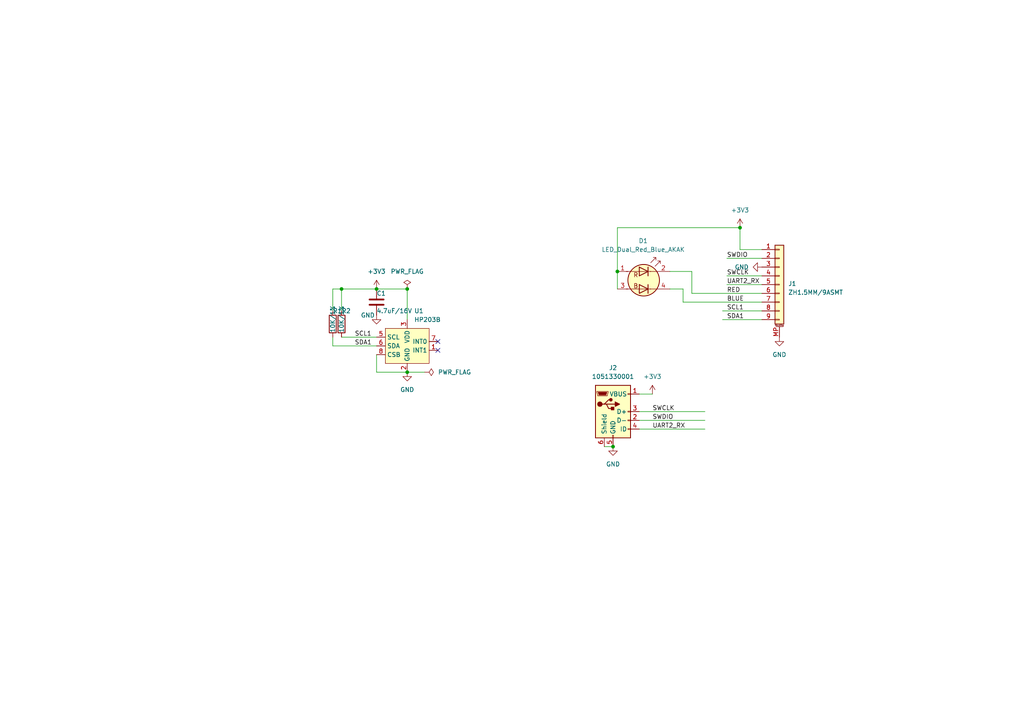
<source format=kicad_sch>
(kicad_sch (version 20231120) (generator "eeschema") (generator_version "8.0")
  (paper "A4")
  (title_block (title "ECS-01-LED") (date "2022-09-13") (rev "V0.1"))
  (lib_symbols
    (symbol "Connector:USB_B_Micro" (pin_names (offset 1.016))
      (property "Reference" "J" (at -5.08 11.43 0))
      (property "Value" "USB_B_Micro" (at -5.08 8.89 0))
      (symbol "USB_B_Micro_0_1"
        (rectangle (start -5.08 -7.62) (end 5.08 7.62) (stroke (width 0.254)) (fill (type background)))
        (circle (center -3.81 2.159) (radius 0.635) (stroke (width 0.254)) (fill (type outline)))
        (circle (center -0.635 3.429) (radius 0.381) (stroke (width 0.254)) (fill (type outline)))
        (rectangle (start -0.127 -7.62) (end 0.127 -6.858))
        (polyline (pts (xy -1.905 2.159) (xy 0.635 2.159)) (stroke (width 0.254)))
        (polyline (pts (xy -3.175 2.159) (xy -2.54 2.159) (xy -1.27 3.429) (xy -0.635 3.429)) (stroke (width 0.254)))
        (polyline (pts (xy -2.54 2.159) (xy -1.905 2.159) (xy -1.27 0.889) (xy 0 0.889)) (stroke (width 0.254)))
        (polyline (pts (xy 0.635 2.794) (xy 0.635 1.524) (xy 1.905 2.159) (xy 0.635 2.794)) (stroke (width 0.254)) (fill (type outline)))
        (polyline (pts (xy -4.318 5.588) (xy -1.778 5.588) (xy -2.032 4.826) (xy -4.064 4.826) (xy -4.318 5.588)) (fill (type outline)))
        (polyline (pts (xy -4.699 5.842) (xy -4.699 5.588) (xy -4.445 4.826) (xy -4.445 4.572) (xy -1.651 4.572) (xy -1.651 4.826) (xy -1.397 5.588) (xy -1.397 5.842) (xy -4.699 5.842)))
        (rectangle (start 0.254 1.27) (end -0.508 0.508) (stroke (width 0.254)) (fill (type outline)))
        (rectangle (start 5.08 -5.207) (end 4.318 -4.953))
        (rectangle (start 5.08 -2.667) (end 4.318 -2.413))
        (rectangle (start 5.08 -0.127) (end 4.318 0.127))
        (rectangle (start 5.08 4.953) (end 4.318 5.207))
      )
      (symbol "USB_B_Micro_1_1"
        (pin power_out line (at 7.62 5.08 180) (length 2.54) (name "VBUS") (number "1"))
        (pin bidirectional line (at 7.62 -2.54 180) (length 2.54) (name "D-") (number "2"))
        (pin bidirectional line (at 7.62 0 180) (length 2.54) (name "D+") (number "3"))
        (pin passive line (at 7.62 -5.08 180) (length 2.54) (name "ID") (number "4"))
        (pin power_out line (at 0 -10.16 90) (length 2.54) (name "GND") (number "5"))
        (pin passive line (at -2.54 -10.16 90) (length 2.54) (name "Shield") (number "6"))
      )
    )
    (symbol "Connector_Generic_MountingPin:Conn_01x09_MountingPin" (pin_names (offset 1.016) hide)
      (property "Reference" "J" (at 0 12.7 0))
      (property "Value" "Conn_01x09_MountingPin" (at 1.27 -12.7 0))
      (symbol "Conn_01x09_MountingPin_1_1"
        (rectangle (start -1.27 -10.033) (end 0 -10.287) (stroke (width 0.1524)))
        (rectangle (start -1.27 -7.493) (end 0 -7.747) (stroke (width 0.1524)))
        (rectangle (start -1.27 -4.953) (end 0 -5.207) (stroke (width 0.1524)))
        (rectangle (start -1.27 -2.413) (end 0 -2.667) (stroke (width 0.1524)))
        (rectangle (start -1.27 0.127) (end 0 -0.127) (stroke (width 0.1524)))
        (rectangle (start -1.27 2.667) (end 0 2.413) (stroke (width 0.1524)))
        (rectangle (start -1.27 5.207) (end 0 4.953) (stroke (width 0.1524)))
        (rectangle (start -1.27 7.747) (end 0 7.493) (stroke (width 0.1524)))
        (rectangle (start -1.27 10.287) (end 0 10.033) (stroke (width 0.1524)))
        (rectangle (start -1.27 11.43) (end 1.27 -11.43) (stroke (width 0.254)) (fill (type background)))
        (polyline (pts (xy -1.016 -12.192) (xy 1.016 -12.192)) (stroke (width 0.1524)))
        (text "Mounting" (at 0 -11.811 0) (effects (font (size 0.381 0.381))))
        (pin passive line (at -5.08 10.16 0) (length 3.81) (name "Pin_1") (number "1"))
        (pin passive line (at -5.08 7.62 0) (length 3.81) (name "Pin_2") (number "2"))
        (pin passive line (at -5.08 5.08 0) (length 3.81) (name "Pin_3") (number "3"))
        (pin passive line (at -5.08 2.54 0) (length 3.81) (name "Pin_4") (number "4"))
        (pin passive line (at -5.08 0 0) (length 3.81) (name "Pin_5") (number "5"))
        (pin passive line (at -5.08 -2.54 0) (length 3.81) (name "Pin_6") (number "6"))
        (pin passive line (at -5.08 -5.08 0) (length 3.81) (name "Pin_7") (number "7"))
        (pin passive line (at -5.08 -7.62 0) (length 3.81) (name "Pin_8") (number "8"))
        (pin passive line (at -5.08 -10.16 0) (length 3.81) (name "Pin_9") (number "9"))
        (pin passive line (at 0 -15.24 90) (length 3.048) (name "MountPin") (number "MP"))
      )
    )
    (symbol "Device:C" (pin_numbers hide) (pin_names (offset 0.254))
      (property "Reference" "C" (at 0.635 2.54 0))
      (property "Value" "C" (at 0.635 -2.54 0))
      (symbol "C_0_1"
        (polyline (pts (xy -2.032 -0.762) (xy 2.032 -0.762)) (stroke (width 0.508)))
        (polyline (pts (xy -2.032 0.762) (xy 2.032 0.762)) (stroke (width 0.508)))
      )
      (symbol "C_1_1"
        (pin passive line (at 0 3.81 270) (length 2.794) (name "~") (number "1"))
        (pin passive line (at 0 -3.81 90) (length 2.794) (name "~") (number "2"))
      )
    )
    (symbol "Device:R" (pin_numbers hide) (pin_names (offset 0))
      (property "Reference" "R" (at 2.032 0 90))
      (property "Value" "R" (at 0 0 90))
      (symbol "R_0_1"
        (rectangle (start -1.016 -2.54) (end 1.016 2.54) (stroke (width 0.254)))
      )
      (symbol "R_1_1"
        (pin passive line (at 0 3.81 270) (length 1.27) (name "~") (number "1"))
        (pin passive line (at 0 -3.81 90) (length 1.27) (name "~") (number "2"))
      )
    )
    (symbol "GND_1" (power) (pin_names (offset 0))
      (property "Value" "GND_1" (at 0 -3.81 0))
      (symbol "GND_1_0_1"
        (polyline (pts (xy 0 0) (xy 0 -1.27) (xy 1.27 -1.27) (xy 0 -2.54) (xy -1.27 -1.27) (xy 0 -1.27)))
      )
      (symbol "GND_1_1_1"
        (pin power_in line (at 0 0 270) (length 0) hide (name "GND") (number "1"))
      )
    )
    (symbol "Ovo_Device:LED_Dual_Red_Blue_AKAK" (pin_names (offset 0) hide)
      (property "Reference" "D2" (at -11.43 -5.08 0))
      (property "Value" "LED_Dual_Red_Blue_AKAK" (at 0 -5.08 0))
      (symbol "LED_Dual_Red_Blue_AKAK_0_0"
        (text "B" (at -2.286 -1.651 0) (effects (font (size 1.27 1.27))))
        (text "R" (at -2.286 1.524 0) (effects (font (size 1.27 1.27))))
      )
      (symbol "LED_Dual_Red_Blue_AKAK_0_1"
        (polyline (pts (xy -5.08 -2.54) (xy 2.032 -2.54)))
        (polyline (pts (xy -5.08 2.54) (xy 2.032 2.54)))
        (polyline (pts (xy 1.27 -1.27) (xy 1.27 -3.81)) (stroke (width 0.254)))
        (polyline (pts (xy 1.27 3.81) (xy 1.27 1.27)) (stroke (width 0.254)))
        (polyline (pts (xy 3.81 -2.54) (xy 1.905 -2.54)))
        (polyline (pts (xy 3.81 2.54) (xy 1.905 2.54)))
        (polyline (pts (xy -1.27 -1.27) (xy -1.27 -3.81) (xy 1.27 -2.54) (xy -1.27 -1.27)) (stroke (width 0.254)))
        (polyline (pts (xy -1.27 3.81) (xy -1.27 1.27) (xy 1.27 2.54) (xy -1.27 3.81)) (stroke (width 0.254)))
        (polyline (pts (xy 2.032 5.08) (xy 3.556 6.604) (xy 2.794 6.604) (xy 3.556 6.604) (xy 3.556 5.842)))
        (polyline (pts (xy 3.302 4.064) (xy 4.826 5.588) (xy 4.064 5.588) (xy 4.826 5.588) (xy 4.826 4.826)))
        (circle (center 0 0) (radius 4.572) (stroke (width 0.254)) (fill (type background)))
      )
      (symbol "LED_Dual_Red_Blue_AKAK_1_1"
        (pin input line (at -7.62 2.54 0) (length 3.048) (name "A1") (number "1"))
        (pin input line (at 7.62 2.54 180) (length 3.81) (name "K1") (number "2"))
        (pin input line (at -7.62 -2.54 0) (length 3.048) (name "A2") (number "3"))
        (pin input line (at 7.62 -2.54 180) (length 3.81) (name "K2") (number "4"))
      )
    )
    (symbol "Ovo_Sensor_Pressure:HP203B"
      (property "Reference" "U" (at 2.54 8.89 0))
      (property "Value" "HP203B" (at 5.08 6.35 0))
      (symbol "HP203B_0_1"
        (rectangle (start -6.35 5.08) (end 6.35 -5.08) (fill (type background)))
      )
      (symbol "HP203B_1_1"
        (pin output line (at 8.89 -1.27 180) (length 2.54) (name "INT1") (number "1"))
        (pin power_in line (at 0 -7.62 90) (length 2.54) (name "GND") (number "2"))
        (pin power_in line (at 0 7.62 270) (length 2.54) (name "VDD") (number "3"))
        (pin no_connect line (at -3.81 -7.62 90) (length 2.54) hide (name "NC") (number "4"))
        (pin input line (at -8.89 2.54 0) (length 2.54) (name "SCL") (number "5"))
        (pin bidirectional line (at -8.89 0 0) (length 2.54) (name "SDA") (number "6"))
        (pin output line (at 8.89 1.27 180) (length 2.54) (name "INT0") (number "7"))
        (pin input line (at -8.89 -2.54 0) (length 2.54) (name "CSB") (number "8"))
      )
    )
    (symbol "power:+3V3" (power) (pin_names (offset 0))
      (property "Value" "+3V3" (at 0 3.556 0))
      (symbol "+3V3_0_1"
        (polyline (pts (xy -0.762 1.27) (xy 0 2.54)))
        (polyline (pts (xy 0 0) (xy 0 2.54)))
        (polyline (pts (xy 0 2.54) (xy 0.762 1.27)))
      )
      (symbol "+3V3_1_1"
        (pin power_in line (at 0 0 90) (length 0) hide (name "+3V3") (number "1"))
      )
    )
    (symbol "power:GND" (power) (pin_names (offset 0))
      (property "Value" "GND" (at 0 -3.81 0))
      (symbol "GND_0_1"
        (polyline (pts (xy 0 0) (xy 0 -1.27) (xy 1.27 -1.27) (xy 0 -2.54) (xy -1.27 -1.27) (xy 0 -1.27)))
      )
      (symbol "GND_1_1"
        (pin power_in line (at 0 0 270) (length 0) hide (name "GND") (number "1"))
      )
    )
    (symbol "power:PWR_FLAG" (power) (pin_numbers hide) (pin_names (offset 0) hide)
      (property "Value" "PWR_FLAG" (at 0 3.81 0))
      (symbol "PWR_FLAG_0_0"
        (pin power_out line (at 0 0 90) (length 0) (name "pwr") (number "1"))
      )
      (symbol "PWR_FLAG_0_1"
        (polyline (pts (xy 0 0) (xy 0 1.27) (xy -1.016 1.905) (xy 0 2.54) (xy 1.016 1.905) (xy 0 1.27)))
      )
    )
  )
  (junction (at 109.22 83.82))
  (junction (at 179.07 78.74))
  (junction (at 118.11 83.82))
  (junction (at 99.06 83.82))
  (junction (at 177.8 129.54))
  (junction (at 214.63 66.04))
  (junction (at 118.11 107.95))
  (no_connect (at 127 99.06))
  (no_connect (at 127 101.6))
  (wire (pts (xy 179.07 78.74) (xy 179.07 83.82)))
  (wire (pts (xy 209.55 92.71) (xy 220.98 92.71)))
  (wire (pts (xy 109.22 83.82) (xy 118.11 83.82)))
  (wire (pts (xy 96.52 100.33) (xy 109.22 100.33)))
  (wire (pts (xy 99.06 97.79) (xy 109.22 97.79)))
  (wire (pts (xy 189.23 114.3) (xy 185.42 114.3)))
  (wire (pts (xy 96.52 83.82) (xy 99.06 83.82)))
  (wire (pts (xy 96.52 90.17) (xy 96.52 83.82)))
  (wire (pts (xy 118.11 107.95) (xy 123.19 107.95)))
  (wire (pts (xy 198.12 83.82) (xy 198.12 87.63)))
  (wire (pts (xy 175.26 129.54) (xy 177.8 129.54)))
  (wire (pts (xy 185.42 119.38) (xy 204.47 119.38)))
  (wire (pts (xy 118.11 83.82) (xy 118.11 92.71)))
  (wire (pts (xy 214.63 66.04) (xy 214.63 72.39)))
  (wire (pts (xy 96.52 97.79) (xy 96.52 100.33)))
  (wire (pts (xy 214.63 72.39) (xy 220.98 72.39)))
  (wire (pts (xy 209.55 90.17) (xy 220.98 90.17)))
  (wire (pts (xy 198.12 87.63) (xy 220.98 87.63)))
  (wire (pts (xy 185.42 121.92) (xy 204.47 121.92)))
  (wire (pts (xy 179.07 66.04) (xy 179.07 78.74)))
  (wire (pts (xy 200.66 85.09) (xy 220.98 85.09)))
  (wire (pts (xy 210.82 74.93) (xy 220.98 74.93)))
  (wire (pts (xy 109.22 102.87) (xy 109.22 107.95)))
  (wire (pts (xy 109.22 107.95) (xy 118.11 107.95)))
  (wire (pts (xy 185.42 124.46) (xy 204.47 124.46)))
  (wire (pts (xy 214.63 66.04) (xy 179.07 66.04)))
  (wire (pts (xy 99.06 83.82) (xy 109.22 83.82)))
  (wire (pts (xy 99.06 90.17) (xy 99.06 83.82)))
  (wire (pts (xy 194.31 83.82) (xy 198.12 83.82)))
  (wire (pts (xy 200.66 78.74) (xy 200.66 85.09)))
  (wire (pts (xy 210.82 82.55) (xy 220.98 82.55)))
  (wire (pts (xy 210.82 80.01) (xy 220.98 80.01)))
  (wire (pts (xy 194.31 78.74) (xy 200.66 78.74)))
  (label "SWCLK" (at 210.82 80.01 0))
  (label "SDA1" (at 102.87 100.33 0))
  (label "UART2_RX" (at 210.82 82.55 0))
  (label "UART2_RX" (at 189.23 124.46 0))
  (label "SWDIO" (at 210.82 74.93 0))
  (label "RED" (at 210.82 85.09 0))
  (label "SCL1" (at 102.87 97.79 0))
  (label "SCL1" (at 210.82 90.17 0))
  (label "SDA1" (at 210.82 92.71 0))
  (label "SWCLK" (at 189.23 119.38 0))
  (label "SWDIO" (at 189.23 121.92 0))
  (label "BLUE" (at 210.82 87.63 0))
  (symbol (lib_id "Ovo_Device:LED_Dual_Red_Blue_AKAK") (at 186.69 81.28 0) (unit 1)
    (property "Reference" "D1" (at 186.563 69.85 0))
    (property "Value" "LED_Dual_Red_Blue_AKAK" (at 186.563 72.39 0))
    (property "Footprint" "Ovo_LED_SMD:LED_Dual_1.6x1.5mm" (effects (hide yes)))
  )
  (symbol (lib_id "Device:R") (at 96.52 93.98 0) (unit 1)
    (property "Reference" "R1" (at 96.52 90.17 0) (effects (justify left)))
    (property "Value" "10K/1%" (at 96.52 96.52 90) (effects (justify left)))
    (property "Footprint" "Resistor_SMD:R_0603_1608Metric" (effects (hide yes)))
  )
  (symbol (lib_name "GND_1") (lib_id "power:GND") (at 226.06 97.79 0) (unit 1)
    (property "Reference" "#PWR04" (effects (hide yes)))
    (property "Value" "GND" (at 226.06 102.87 0))
  )
  (symbol (lib_id "Device:R") (at 99.06 93.98 0) (unit 1)
    (property "Reference" "R2" (at 99.06 90.17 0) (effects (justify left)))
    (property "Value" "10K/1%" (at 99.06 96.52 90) (effects (justify left)))
    (property "Footprint" "Resistor_SMD:R_0603_1608Metric" (effects (hide yes)))
  )
  (symbol (lib_id "power:GND") (at 109.22 91.44 0) (unit 1)
    (property "Reference" "#PWR02" (effects (hide yes)))
    (property "Value" "GND" (at 106.68 91.44 0))
  )
  (symbol (lib_id "power:PWR_FLAG") (at 123.19 107.95 270) (unit 1)
    (property "Reference" "#FLG02" (effects (hide yes)))
    (property "Value" "PWR_FLAG" (at 127 107.9499 90) (effects (justify left)))
  )
  (symbol (lib_id "power:GND") (at 220.98 77.47 270) (unit 1)
    (property "Reference" "#PWR0101" (effects (hide yes)))
    (property "Value" "GND" (at 217.17 77.4699 90) (effects (justify right)))
  )
  (symbol (lib_id "power:+3V3") (at 214.63 66.04 0) (unit 1)
    (property "Reference" "#PWR0102" (effects (hide yes)))
    (property "Value" "+3V3" (at 214.63 60.96 0))
  )
  (symbol (lib_id "power:+3V3") (at 109.22 83.82 0) (unit 1)
    (property "Reference" "#PWR01" (effects (hide yes)))
    (property "Value" "+3V3" (at 109.22 78.74 0))
  )
  (symbol (lib_id "Ovo_Sensor_Pressure:HP203B") (at 118.11 100.33 0) (unit 1)
    (property "Reference" "U1" (at 120.1294 90.17 0) (effects (justify left)))
    (property "Value" "HP203B" (at 120.1294 92.71 0) (effects (justify left)))
    (property "Footprint" "Ovo_Package_LGA:HOPERF_LGA-8_3.8x3.6mm_P0.9mm" (effects (hide yes)))
  )
  (symbol (lib_id "Connector_Generic_MountingPin:Conn_01x09_MountingPin") (at 226.06 82.55 0) (unit 1)
    (property "Reference" "J1" (at 228.6 82.2706 0) (effects (justify left)))
    (property "Value" "ZH1.5MM/9ASMT" (at 228.6 84.8106 0) (effects (justify left)))
    (property "Footprint" "Ovo_Connector_JST:JST_ZH_B9B-ZR-SM4-TF_1x09-1MP_P1.50mm_Vertical" (effects (hide yes)))
  )
  (symbol (lib_id "power:GND") (at 118.11 107.95 0) (unit 1)
    (property "Reference" "#PWR03" (effects (hide yes)))
    (property "Value" "GND" (at 118.11 113.03 0))
  )
  (symbol (lib_id "power:GND") (at 177.8 129.54 0) (unit 1)
    (property "Reference" "#PWR0104" (effects (hide yes)))
    (property "Value" "GND" (at 177.8 134.62 0))
  )
  (symbol (lib_id "power:+3V3") (at 189.23 114.3 0) (unit 1)
    (property "Reference" "#PWR0103" (effects (hide yes)))
    (property "Value" "+3V3" (at 189.23 109.22 0))
  )
  (symbol (lib_id "Device:C") (at 109.22 87.63 0) (unit 1)
    (property "Reference" "C1" (at 109.22 85.09 0) (effects (justify left)))
    (property "Value" "4.7uF/16V" (at 109.22 90.17 0) (effects (justify left)))
    (property "Footprint" "Capacitor_SMD:C_0603_1608Metric" (effects (hide yes)))
  )
  (symbol (lib_id "power:PWR_FLAG") (at 118.11 83.82 0) (unit 1)
    (property "Reference" "#FLG01" (effects (hide yes)))
    (property "Value" "PWR_FLAG" (at 118.11 78.74 0))
  )
  (symbol (lib_id "Connector:USB_B_Micro") (at 177.8 119.38 0) (unit 1)
    (property "Reference" "J2" (at 177.8 106.68 0))
    (property "Value" "1051330001" (at 177.8 109.22 0))
    (property "Footprint" "Connector_USB:USB_Micro-B_Molex-105133-0001" (effects (hide yes)))
  )
)
</source>
